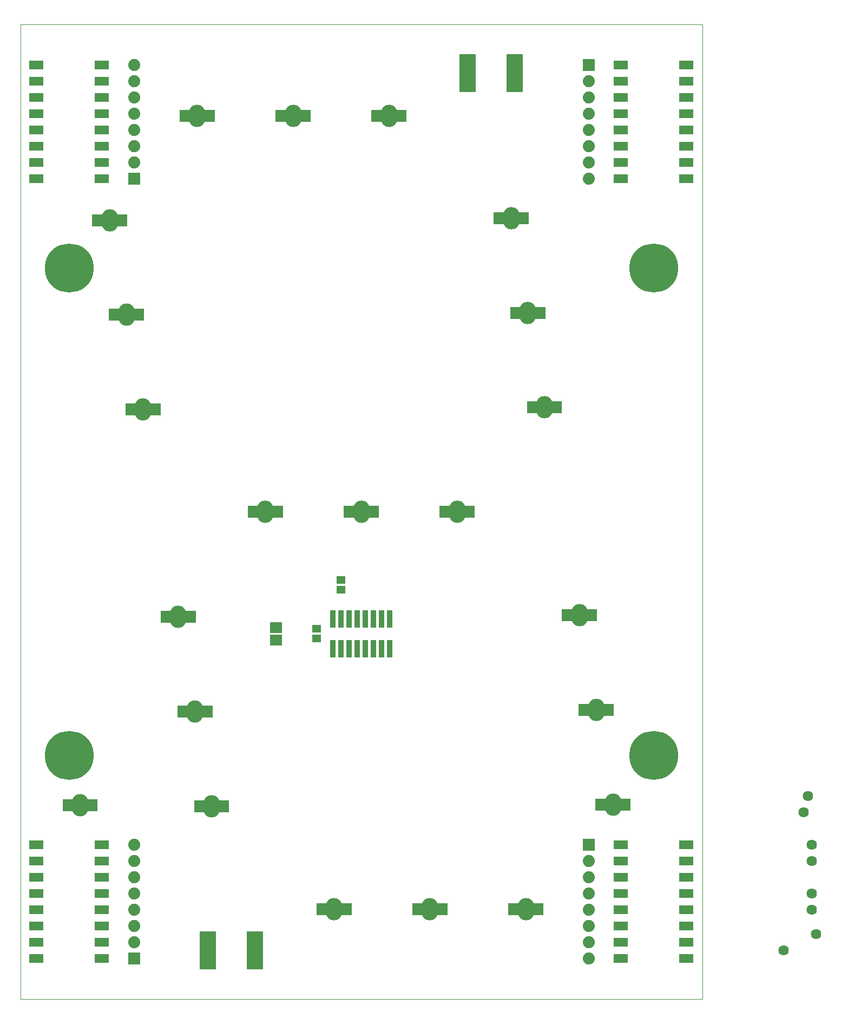
<source format=gts>
G04 (created by PCBNEW (2013-07-07 BZR 4022)-stable) date 10/25/2014 7:02:50 PM*
%MOIN*%
G04 Gerber Fmt 3.4, Leading zero omitted, Abs format*
%FSLAX34Y34*%
G01*
G70*
G90*
G04 APERTURE LIST*
%ADD10C,0.01*%
%ADD11C,0.00393701*%
%ADD12C,0.064*%
%ADD13R,0.073X0.0652*%
%ADD14R,0.0534X0.0494*%
%ADD15C,0.301402*%
%ADD16R,0.074X0.074*%
%ADD17C,0.074*%
%ADD18R,0.104551X0.234472*%
%ADD19R,0.089X0.054*%
%ADD20R,0.034X0.108*%
%ADD21R,0.0651811X0.0769921*%
%ADD22O,0.0987402X0.13811*%
G04 APERTURE END LIST*
G54D10*
G54D11*
X42000Y0D02*
X0Y0D01*
X42000Y60000D02*
X42000Y0D01*
X0Y60000D02*
X42000Y60000D01*
X0Y0D02*
X0Y60000D01*
G54D12*
X48250Y11500D03*
X48750Y9500D03*
X48750Y8500D03*
X48500Y12500D03*
X48750Y6500D03*
X48750Y5500D03*
X49000Y4000D03*
G54D13*
X15750Y22875D03*
X15750Y22125D03*
G54D14*
X18250Y22796D03*
X18250Y22204D03*
X19750Y25204D03*
X19750Y25796D03*
G54D15*
X39000Y15000D03*
X3000Y45000D03*
X3000Y15000D03*
X39000Y45000D03*
G54D12*
X47000Y3000D03*
G54D16*
X35000Y57500D03*
G54D17*
X35000Y56500D03*
X35000Y55500D03*
X35000Y54500D03*
X35000Y53500D03*
X35000Y52500D03*
X35000Y51500D03*
X35000Y50500D03*
G54D16*
X7000Y50500D03*
G54D17*
X7000Y51500D03*
X7000Y52500D03*
X7000Y53500D03*
X7000Y54500D03*
X7000Y55500D03*
X7000Y56500D03*
X7000Y57500D03*
G54D16*
X35000Y9500D03*
G54D17*
X35000Y8500D03*
X35000Y7500D03*
X35000Y6500D03*
X35000Y5500D03*
X35000Y4500D03*
X35000Y3500D03*
X35000Y2500D03*
G54D16*
X7000Y2500D03*
G54D17*
X7000Y3500D03*
X7000Y4500D03*
X7000Y5500D03*
X7000Y6500D03*
X7000Y7500D03*
X7000Y8500D03*
X7000Y9500D03*
G54D18*
X30456Y57000D03*
X27543Y57000D03*
X14456Y3000D03*
X11543Y3000D03*
G54D19*
X41025Y57500D03*
X41025Y56500D03*
X41025Y55500D03*
X41025Y54500D03*
X41025Y53500D03*
X41025Y52500D03*
X41025Y51500D03*
X41025Y50500D03*
X36975Y57500D03*
X36975Y56500D03*
X36975Y55500D03*
X36975Y54500D03*
X36975Y53500D03*
X36975Y52500D03*
X36975Y51500D03*
X36975Y50500D03*
X975Y50500D03*
X975Y51500D03*
X975Y52500D03*
X975Y53500D03*
X975Y54500D03*
X975Y55500D03*
X975Y56500D03*
X975Y57500D03*
X5025Y50500D03*
X5025Y51500D03*
X5025Y52500D03*
X5025Y53500D03*
X5025Y54500D03*
X5025Y55500D03*
X5025Y56500D03*
X5025Y57500D03*
X41025Y9500D03*
X41025Y8500D03*
X41025Y7500D03*
X41025Y6500D03*
X41025Y5500D03*
X41025Y4500D03*
X41025Y3500D03*
X41025Y2500D03*
X36975Y9500D03*
X36975Y8500D03*
X36975Y7500D03*
X36975Y6500D03*
X36975Y5500D03*
X36975Y4500D03*
X36975Y3500D03*
X36975Y2500D03*
X975Y2500D03*
X975Y3500D03*
X975Y4500D03*
X975Y5500D03*
X975Y6500D03*
X975Y7500D03*
X975Y8500D03*
X975Y9500D03*
X5025Y2500D03*
X5025Y3500D03*
X5025Y4500D03*
X5025Y5500D03*
X5025Y6500D03*
X5025Y7500D03*
X5025Y8500D03*
X5025Y9500D03*
G54D20*
X19250Y21585D03*
X19750Y21585D03*
X20250Y21585D03*
X20750Y21585D03*
X21250Y21585D03*
X21750Y21585D03*
X22250Y21585D03*
X22750Y21585D03*
X22750Y23415D03*
X22250Y23415D03*
X21750Y23415D03*
X21250Y23415D03*
X20750Y23415D03*
X20250Y23415D03*
X19750Y23415D03*
X19250Y23415D03*
G54D21*
X30978Y48063D03*
X29482Y48063D03*
G54D22*
X30230Y48063D03*
G54D21*
X23452Y54394D03*
X21956Y54394D03*
G54D22*
X22704Y54394D03*
G54D21*
X17547Y54394D03*
X16051Y54394D03*
G54D22*
X16799Y54394D03*
G54D21*
X11641Y54394D03*
X10145Y54394D03*
G54D22*
X10893Y54394D03*
G54D21*
X8307Y36326D03*
X6811Y36326D03*
G54D22*
X7559Y36326D03*
G54D21*
X7282Y42141D03*
X5785Y42141D03*
G54D22*
X6534Y42141D03*
G54D21*
X4427Y11944D03*
X2931Y11944D03*
G54D22*
X3679Y11944D03*
G54D21*
X15842Y30004D03*
X14346Y30004D03*
G54D22*
X15094Y30004D03*
G54D21*
X21748Y30004D03*
X20252Y30004D03*
G54D22*
X21000Y30004D03*
G54D21*
X27654Y30004D03*
X26158Y30004D03*
G54D22*
X26906Y30004D03*
G54D21*
X6256Y47957D03*
X4760Y47957D03*
G54D22*
X5508Y47957D03*
G54D21*
X32004Y42247D03*
X30508Y42247D03*
G54D22*
X31256Y42247D03*
G54D21*
X33029Y36432D03*
X31533Y36432D03*
G54D22*
X32281Y36432D03*
G54D21*
X35192Y23660D03*
X33696Y23660D03*
G54D22*
X34444Y23660D03*
G54D21*
X36222Y17821D03*
X34726Y17821D03*
G54D22*
X35474Y17821D03*
G54D21*
X37251Y11983D03*
X35755Y11983D03*
G54D22*
X36503Y11983D03*
G54D21*
X18571Y5533D03*
X20067Y5533D03*
G54D22*
X19319Y5533D03*
G54D21*
X24477Y5533D03*
X25973Y5533D03*
G54D22*
X25225Y5533D03*
G54D21*
X30383Y5533D03*
X31879Y5533D03*
G54D22*
X31131Y5533D03*
G54D21*
X8974Y23553D03*
X10470Y23553D03*
G54D22*
X9722Y23553D03*
G54D21*
X11499Y17715D03*
X10003Y17715D03*
G54D22*
X10751Y17715D03*
G54D21*
X11033Y11877D03*
X12529Y11877D03*
G54D22*
X11781Y11877D03*
M02*

</source>
